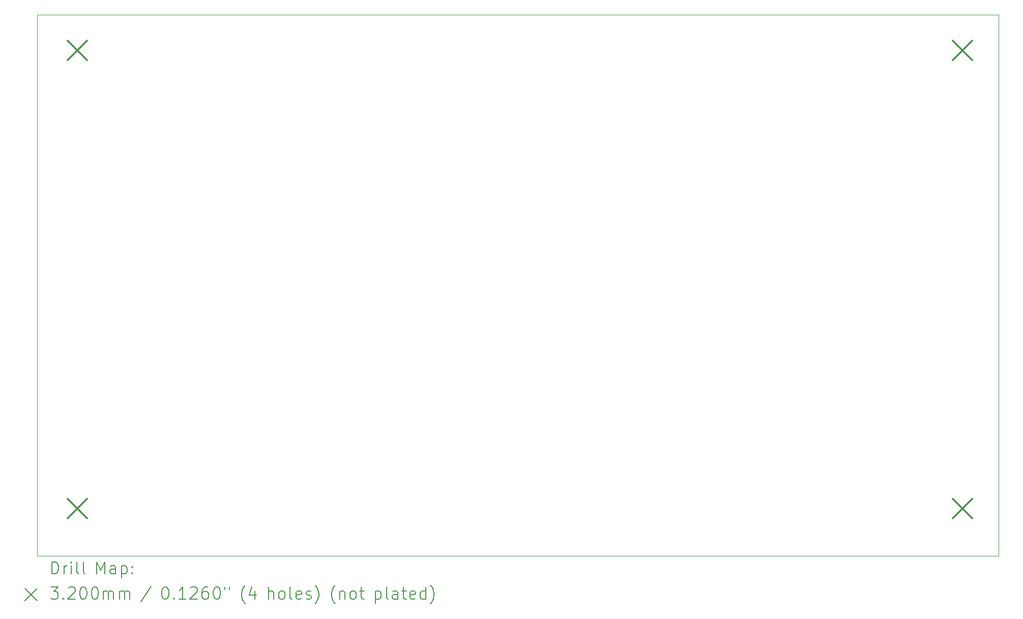
<source format=gbr>
%TF.GenerationSoftware,KiCad,Pcbnew,7.0.0-da2b9df05c~171~ubuntu20.04.1*%
%TF.CreationDate,2023-05-14T20:27:18+02:00*%
%TF.ProjectId,cpumeter,6370756d-6574-4657-922e-6b696361645f,v01*%
%TF.SameCoordinates,Original*%
%TF.FileFunction,Drillmap*%
%TF.FilePolarity,Positive*%
%FSLAX45Y45*%
G04 Gerber Fmt 4.5, Leading zero omitted, Abs format (unit mm)*
G04 Created by KiCad (PCBNEW 7.0.0-da2b9df05c~171~ubuntu20.04.1) date 2023-05-14 20:27:18*
%MOMM*%
%LPD*%
G01*
G04 APERTURE LIST*
%ADD10C,0.100000*%
%ADD11C,0.200000*%
%ADD12C,0.320000*%
G04 APERTURE END LIST*
D10*
X5529600Y-3417200D02*
X21529600Y-3417200D01*
X21529600Y-3417200D02*
X21529600Y-12417200D01*
X21529600Y-12417200D02*
X5529600Y-12417200D01*
X5529600Y-12417200D02*
X5529600Y-3417200D01*
D11*
D12*
X6037600Y-3853200D02*
X6357600Y-4173200D01*
X6357600Y-3853200D02*
X6037600Y-4173200D01*
X6037600Y-11473200D02*
X6357600Y-11793200D01*
X6357600Y-11473200D02*
X6037600Y-11793200D01*
X20769600Y-3853200D02*
X21089600Y-4173200D01*
X21089600Y-3853200D02*
X20769600Y-4173200D01*
X20769600Y-11473200D02*
X21089600Y-11793200D01*
X21089600Y-11473200D02*
X20769600Y-11793200D01*
D11*
X5772219Y-12715676D02*
X5772219Y-12515676D01*
X5772219Y-12515676D02*
X5819838Y-12515676D01*
X5819838Y-12515676D02*
X5848409Y-12525200D01*
X5848409Y-12525200D02*
X5867457Y-12544248D01*
X5867457Y-12544248D02*
X5876981Y-12563295D01*
X5876981Y-12563295D02*
X5886505Y-12601390D01*
X5886505Y-12601390D02*
X5886505Y-12629962D01*
X5886505Y-12629962D02*
X5876981Y-12668057D01*
X5876981Y-12668057D02*
X5867457Y-12687105D01*
X5867457Y-12687105D02*
X5848409Y-12706152D01*
X5848409Y-12706152D02*
X5819838Y-12715676D01*
X5819838Y-12715676D02*
X5772219Y-12715676D01*
X5972219Y-12715676D02*
X5972219Y-12582343D01*
X5972219Y-12620438D02*
X5981743Y-12601390D01*
X5981743Y-12601390D02*
X5991267Y-12591867D01*
X5991267Y-12591867D02*
X6010314Y-12582343D01*
X6010314Y-12582343D02*
X6029362Y-12582343D01*
X6096028Y-12715676D02*
X6096028Y-12582343D01*
X6096028Y-12515676D02*
X6086505Y-12525200D01*
X6086505Y-12525200D02*
X6096028Y-12534724D01*
X6096028Y-12534724D02*
X6105552Y-12525200D01*
X6105552Y-12525200D02*
X6096028Y-12515676D01*
X6096028Y-12515676D02*
X6096028Y-12534724D01*
X6219838Y-12715676D02*
X6200790Y-12706152D01*
X6200790Y-12706152D02*
X6191267Y-12687105D01*
X6191267Y-12687105D02*
X6191267Y-12515676D01*
X6324600Y-12715676D02*
X6305552Y-12706152D01*
X6305552Y-12706152D02*
X6296028Y-12687105D01*
X6296028Y-12687105D02*
X6296028Y-12515676D01*
X6520790Y-12715676D02*
X6520790Y-12515676D01*
X6520790Y-12515676D02*
X6587457Y-12658533D01*
X6587457Y-12658533D02*
X6654124Y-12515676D01*
X6654124Y-12515676D02*
X6654124Y-12715676D01*
X6835076Y-12715676D02*
X6835076Y-12610914D01*
X6835076Y-12610914D02*
X6825552Y-12591867D01*
X6825552Y-12591867D02*
X6806505Y-12582343D01*
X6806505Y-12582343D02*
X6768409Y-12582343D01*
X6768409Y-12582343D02*
X6749362Y-12591867D01*
X6835076Y-12706152D02*
X6816028Y-12715676D01*
X6816028Y-12715676D02*
X6768409Y-12715676D01*
X6768409Y-12715676D02*
X6749362Y-12706152D01*
X6749362Y-12706152D02*
X6739838Y-12687105D01*
X6739838Y-12687105D02*
X6739838Y-12668057D01*
X6739838Y-12668057D02*
X6749362Y-12649009D01*
X6749362Y-12649009D02*
X6768409Y-12639486D01*
X6768409Y-12639486D02*
X6816028Y-12639486D01*
X6816028Y-12639486D02*
X6835076Y-12629962D01*
X6930314Y-12582343D02*
X6930314Y-12782343D01*
X6930314Y-12591867D02*
X6949362Y-12582343D01*
X6949362Y-12582343D02*
X6987457Y-12582343D01*
X6987457Y-12582343D02*
X7006505Y-12591867D01*
X7006505Y-12591867D02*
X7016028Y-12601390D01*
X7016028Y-12601390D02*
X7025552Y-12620438D01*
X7025552Y-12620438D02*
X7025552Y-12677581D01*
X7025552Y-12677581D02*
X7016028Y-12696628D01*
X7016028Y-12696628D02*
X7006505Y-12706152D01*
X7006505Y-12706152D02*
X6987457Y-12715676D01*
X6987457Y-12715676D02*
X6949362Y-12715676D01*
X6949362Y-12715676D02*
X6930314Y-12706152D01*
X7111267Y-12696628D02*
X7120790Y-12706152D01*
X7120790Y-12706152D02*
X7111267Y-12715676D01*
X7111267Y-12715676D02*
X7101743Y-12706152D01*
X7101743Y-12706152D02*
X7111267Y-12696628D01*
X7111267Y-12696628D02*
X7111267Y-12715676D01*
X7111267Y-12591867D02*
X7120790Y-12601390D01*
X7120790Y-12601390D02*
X7111267Y-12610914D01*
X7111267Y-12610914D02*
X7101743Y-12601390D01*
X7101743Y-12601390D02*
X7111267Y-12591867D01*
X7111267Y-12591867D02*
X7111267Y-12610914D01*
X5324600Y-12962200D02*
X5524600Y-13162200D01*
X5524600Y-12962200D02*
X5324600Y-13162200D01*
X5753171Y-12935676D02*
X5876981Y-12935676D01*
X5876981Y-12935676D02*
X5810314Y-13011867D01*
X5810314Y-13011867D02*
X5838886Y-13011867D01*
X5838886Y-13011867D02*
X5857933Y-13021390D01*
X5857933Y-13021390D02*
X5867457Y-13030914D01*
X5867457Y-13030914D02*
X5876981Y-13049962D01*
X5876981Y-13049962D02*
X5876981Y-13097581D01*
X5876981Y-13097581D02*
X5867457Y-13116628D01*
X5867457Y-13116628D02*
X5857933Y-13126152D01*
X5857933Y-13126152D02*
X5838886Y-13135676D01*
X5838886Y-13135676D02*
X5781743Y-13135676D01*
X5781743Y-13135676D02*
X5762695Y-13126152D01*
X5762695Y-13126152D02*
X5753171Y-13116628D01*
X5962695Y-13116628D02*
X5972219Y-13126152D01*
X5972219Y-13126152D02*
X5962695Y-13135676D01*
X5962695Y-13135676D02*
X5953171Y-13126152D01*
X5953171Y-13126152D02*
X5962695Y-13116628D01*
X5962695Y-13116628D02*
X5962695Y-13135676D01*
X6048409Y-12954724D02*
X6057933Y-12945200D01*
X6057933Y-12945200D02*
X6076981Y-12935676D01*
X6076981Y-12935676D02*
X6124600Y-12935676D01*
X6124600Y-12935676D02*
X6143648Y-12945200D01*
X6143648Y-12945200D02*
X6153171Y-12954724D01*
X6153171Y-12954724D02*
X6162695Y-12973771D01*
X6162695Y-12973771D02*
X6162695Y-12992819D01*
X6162695Y-12992819D02*
X6153171Y-13021390D01*
X6153171Y-13021390D02*
X6038886Y-13135676D01*
X6038886Y-13135676D02*
X6162695Y-13135676D01*
X6286505Y-12935676D02*
X6305552Y-12935676D01*
X6305552Y-12935676D02*
X6324600Y-12945200D01*
X6324600Y-12945200D02*
X6334124Y-12954724D01*
X6334124Y-12954724D02*
X6343648Y-12973771D01*
X6343648Y-12973771D02*
X6353171Y-13011867D01*
X6353171Y-13011867D02*
X6353171Y-13059486D01*
X6353171Y-13059486D02*
X6343648Y-13097581D01*
X6343648Y-13097581D02*
X6334124Y-13116628D01*
X6334124Y-13116628D02*
X6324600Y-13126152D01*
X6324600Y-13126152D02*
X6305552Y-13135676D01*
X6305552Y-13135676D02*
X6286505Y-13135676D01*
X6286505Y-13135676D02*
X6267457Y-13126152D01*
X6267457Y-13126152D02*
X6257933Y-13116628D01*
X6257933Y-13116628D02*
X6248409Y-13097581D01*
X6248409Y-13097581D02*
X6238886Y-13059486D01*
X6238886Y-13059486D02*
X6238886Y-13011867D01*
X6238886Y-13011867D02*
X6248409Y-12973771D01*
X6248409Y-12973771D02*
X6257933Y-12954724D01*
X6257933Y-12954724D02*
X6267457Y-12945200D01*
X6267457Y-12945200D02*
X6286505Y-12935676D01*
X6476981Y-12935676D02*
X6496029Y-12935676D01*
X6496029Y-12935676D02*
X6515076Y-12945200D01*
X6515076Y-12945200D02*
X6524600Y-12954724D01*
X6524600Y-12954724D02*
X6534124Y-12973771D01*
X6534124Y-12973771D02*
X6543648Y-13011867D01*
X6543648Y-13011867D02*
X6543648Y-13059486D01*
X6543648Y-13059486D02*
X6534124Y-13097581D01*
X6534124Y-13097581D02*
X6524600Y-13116628D01*
X6524600Y-13116628D02*
X6515076Y-13126152D01*
X6515076Y-13126152D02*
X6496029Y-13135676D01*
X6496029Y-13135676D02*
X6476981Y-13135676D01*
X6476981Y-13135676D02*
X6457933Y-13126152D01*
X6457933Y-13126152D02*
X6448409Y-13116628D01*
X6448409Y-13116628D02*
X6438886Y-13097581D01*
X6438886Y-13097581D02*
X6429362Y-13059486D01*
X6429362Y-13059486D02*
X6429362Y-13011867D01*
X6429362Y-13011867D02*
X6438886Y-12973771D01*
X6438886Y-12973771D02*
X6448409Y-12954724D01*
X6448409Y-12954724D02*
X6457933Y-12945200D01*
X6457933Y-12945200D02*
X6476981Y-12935676D01*
X6629362Y-13135676D02*
X6629362Y-13002343D01*
X6629362Y-13021390D02*
X6638886Y-13011867D01*
X6638886Y-13011867D02*
X6657933Y-13002343D01*
X6657933Y-13002343D02*
X6686505Y-13002343D01*
X6686505Y-13002343D02*
X6705552Y-13011867D01*
X6705552Y-13011867D02*
X6715076Y-13030914D01*
X6715076Y-13030914D02*
X6715076Y-13135676D01*
X6715076Y-13030914D02*
X6724600Y-13011867D01*
X6724600Y-13011867D02*
X6743648Y-13002343D01*
X6743648Y-13002343D02*
X6772219Y-13002343D01*
X6772219Y-13002343D02*
X6791267Y-13011867D01*
X6791267Y-13011867D02*
X6800790Y-13030914D01*
X6800790Y-13030914D02*
X6800790Y-13135676D01*
X6896029Y-13135676D02*
X6896029Y-13002343D01*
X6896029Y-13021390D02*
X6905552Y-13011867D01*
X6905552Y-13011867D02*
X6924600Y-13002343D01*
X6924600Y-13002343D02*
X6953171Y-13002343D01*
X6953171Y-13002343D02*
X6972219Y-13011867D01*
X6972219Y-13011867D02*
X6981743Y-13030914D01*
X6981743Y-13030914D02*
X6981743Y-13135676D01*
X6981743Y-13030914D02*
X6991267Y-13011867D01*
X6991267Y-13011867D02*
X7010314Y-13002343D01*
X7010314Y-13002343D02*
X7038886Y-13002343D01*
X7038886Y-13002343D02*
X7057933Y-13011867D01*
X7057933Y-13011867D02*
X7067457Y-13030914D01*
X7067457Y-13030914D02*
X7067457Y-13135676D01*
X7425552Y-12926152D02*
X7254124Y-13183295D01*
X7650314Y-12935676D02*
X7669362Y-12935676D01*
X7669362Y-12935676D02*
X7688410Y-12945200D01*
X7688410Y-12945200D02*
X7697933Y-12954724D01*
X7697933Y-12954724D02*
X7707457Y-12973771D01*
X7707457Y-12973771D02*
X7716981Y-13011867D01*
X7716981Y-13011867D02*
X7716981Y-13059486D01*
X7716981Y-13059486D02*
X7707457Y-13097581D01*
X7707457Y-13097581D02*
X7697933Y-13116628D01*
X7697933Y-13116628D02*
X7688410Y-13126152D01*
X7688410Y-13126152D02*
X7669362Y-13135676D01*
X7669362Y-13135676D02*
X7650314Y-13135676D01*
X7650314Y-13135676D02*
X7631267Y-13126152D01*
X7631267Y-13126152D02*
X7621743Y-13116628D01*
X7621743Y-13116628D02*
X7612219Y-13097581D01*
X7612219Y-13097581D02*
X7602695Y-13059486D01*
X7602695Y-13059486D02*
X7602695Y-13011867D01*
X7602695Y-13011867D02*
X7612219Y-12973771D01*
X7612219Y-12973771D02*
X7621743Y-12954724D01*
X7621743Y-12954724D02*
X7631267Y-12945200D01*
X7631267Y-12945200D02*
X7650314Y-12935676D01*
X7802695Y-13116628D02*
X7812219Y-13126152D01*
X7812219Y-13126152D02*
X7802695Y-13135676D01*
X7802695Y-13135676D02*
X7793171Y-13126152D01*
X7793171Y-13126152D02*
X7802695Y-13116628D01*
X7802695Y-13116628D02*
X7802695Y-13135676D01*
X8002695Y-13135676D02*
X7888410Y-13135676D01*
X7945552Y-13135676D02*
X7945552Y-12935676D01*
X7945552Y-12935676D02*
X7926505Y-12964248D01*
X7926505Y-12964248D02*
X7907457Y-12983295D01*
X7907457Y-12983295D02*
X7888410Y-12992819D01*
X8078886Y-12954724D02*
X8088410Y-12945200D01*
X8088410Y-12945200D02*
X8107457Y-12935676D01*
X8107457Y-12935676D02*
X8155076Y-12935676D01*
X8155076Y-12935676D02*
X8174124Y-12945200D01*
X8174124Y-12945200D02*
X8183648Y-12954724D01*
X8183648Y-12954724D02*
X8193171Y-12973771D01*
X8193171Y-12973771D02*
X8193171Y-12992819D01*
X8193171Y-12992819D02*
X8183648Y-13021390D01*
X8183648Y-13021390D02*
X8069362Y-13135676D01*
X8069362Y-13135676D02*
X8193171Y-13135676D01*
X8364600Y-12935676D02*
X8326505Y-12935676D01*
X8326505Y-12935676D02*
X8307457Y-12945200D01*
X8307457Y-12945200D02*
X8297933Y-12954724D01*
X8297933Y-12954724D02*
X8278886Y-12983295D01*
X8278886Y-12983295D02*
X8269362Y-13021390D01*
X8269362Y-13021390D02*
X8269362Y-13097581D01*
X8269362Y-13097581D02*
X8278886Y-13116628D01*
X8278886Y-13116628D02*
X8288410Y-13126152D01*
X8288410Y-13126152D02*
X8307457Y-13135676D01*
X8307457Y-13135676D02*
X8345552Y-13135676D01*
X8345552Y-13135676D02*
X8364600Y-13126152D01*
X8364600Y-13126152D02*
X8374124Y-13116628D01*
X8374124Y-13116628D02*
X8383648Y-13097581D01*
X8383648Y-13097581D02*
X8383648Y-13049962D01*
X8383648Y-13049962D02*
X8374124Y-13030914D01*
X8374124Y-13030914D02*
X8364600Y-13021390D01*
X8364600Y-13021390D02*
X8345552Y-13011867D01*
X8345552Y-13011867D02*
X8307457Y-13011867D01*
X8307457Y-13011867D02*
X8288410Y-13021390D01*
X8288410Y-13021390D02*
X8278886Y-13030914D01*
X8278886Y-13030914D02*
X8269362Y-13049962D01*
X8507457Y-12935676D02*
X8526505Y-12935676D01*
X8526505Y-12935676D02*
X8545553Y-12945200D01*
X8545553Y-12945200D02*
X8555076Y-12954724D01*
X8555076Y-12954724D02*
X8564600Y-12973771D01*
X8564600Y-12973771D02*
X8574124Y-13011867D01*
X8574124Y-13011867D02*
X8574124Y-13059486D01*
X8574124Y-13059486D02*
X8564600Y-13097581D01*
X8564600Y-13097581D02*
X8555076Y-13116628D01*
X8555076Y-13116628D02*
X8545553Y-13126152D01*
X8545553Y-13126152D02*
X8526505Y-13135676D01*
X8526505Y-13135676D02*
X8507457Y-13135676D01*
X8507457Y-13135676D02*
X8488410Y-13126152D01*
X8488410Y-13126152D02*
X8478886Y-13116628D01*
X8478886Y-13116628D02*
X8469362Y-13097581D01*
X8469362Y-13097581D02*
X8459838Y-13059486D01*
X8459838Y-13059486D02*
X8459838Y-13011867D01*
X8459838Y-13011867D02*
X8469362Y-12973771D01*
X8469362Y-12973771D02*
X8478886Y-12954724D01*
X8478886Y-12954724D02*
X8488410Y-12945200D01*
X8488410Y-12945200D02*
X8507457Y-12935676D01*
X8650314Y-12935676D02*
X8650314Y-12973771D01*
X8726505Y-12935676D02*
X8726505Y-12973771D01*
X8989362Y-13211867D02*
X8979838Y-13202343D01*
X8979838Y-13202343D02*
X8960791Y-13173771D01*
X8960791Y-13173771D02*
X8951267Y-13154724D01*
X8951267Y-13154724D02*
X8941743Y-13126152D01*
X8941743Y-13126152D02*
X8932219Y-13078533D01*
X8932219Y-13078533D02*
X8932219Y-13040438D01*
X8932219Y-13040438D02*
X8941743Y-12992819D01*
X8941743Y-12992819D02*
X8951267Y-12964248D01*
X8951267Y-12964248D02*
X8960791Y-12945200D01*
X8960791Y-12945200D02*
X8979838Y-12916628D01*
X8979838Y-12916628D02*
X8989362Y-12907105D01*
X9151267Y-13002343D02*
X9151267Y-13135676D01*
X9103648Y-12926152D02*
X9056029Y-13069009D01*
X9056029Y-13069009D02*
X9179838Y-13069009D01*
X9376029Y-13135676D02*
X9376029Y-12935676D01*
X9461743Y-13135676D02*
X9461743Y-13030914D01*
X9461743Y-13030914D02*
X9452219Y-13011867D01*
X9452219Y-13011867D02*
X9433172Y-13002343D01*
X9433172Y-13002343D02*
X9404600Y-13002343D01*
X9404600Y-13002343D02*
X9385553Y-13011867D01*
X9385553Y-13011867D02*
X9376029Y-13021390D01*
X9585553Y-13135676D02*
X9566505Y-13126152D01*
X9566505Y-13126152D02*
X9556981Y-13116628D01*
X9556981Y-13116628D02*
X9547457Y-13097581D01*
X9547457Y-13097581D02*
X9547457Y-13040438D01*
X9547457Y-13040438D02*
X9556981Y-13021390D01*
X9556981Y-13021390D02*
X9566505Y-13011867D01*
X9566505Y-13011867D02*
X9585553Y-13002343D01*
X9585553Y-13002343D02*
X9614124Y-13002343D01*
X9614124Y-13002343D02*
X9633172Y-13011867D01*
X9633172Y-13011867D02*
X9642695Y-13021390D01*
X9642695Y-13021390D02*
X9652219Y-13040438D01*
X9652219Y-13040438D02*
X9652219Y-13097581D01*
X9652219Y-13097581D02*
X9642695Y-13116628D01*
X9642695Y-13116628D02*
X9633172Y-13126152D01*
X9633172Y-13126152D02*
X9614124Y-13135676D01*
X9614124Y-13135676D02*
X9585553Y-13135676D01*
X9766505Y-13135676D02*
X9747457Y-13126152D01*
X9747457Y-13126152D02*
X9737934Y-13107105D01*
X9737934Y-13107105D02*
X9737934Y-12935676D01*
X9918886Y-13126152D02*
X9899838Y-13135676D01*
X9899838Y-13135676D02*
X9861743Y-13135676D01*
X9861743Y-13135676D02*
X9842695Y-13126152D01*
X9842695Y-13126152D02*
X9833172Y-13107105D01*
X9833172Y-13107105D02*
X9833172Y-13030914D01*
X9833172Y-13030914D02*
X9842695Y-13011867D01*
X9842695Y-13011867D02*
X9861743Y-13002343D01*
X9861743Y-13002343D02*
X9899838Y-13002343D01*
X9899838Y-13002343D02*
X9918886Y-13011867D01*
X9918886Y-13011867D02*
X9928410Y-13030914D01*
X9928410Y-13030914D02*
X9928410Y-13049962D01*
X9928410Y-13049962D02*
X9833172Y-13069009D01*
X10004600Y-13126152D02*
X10023648Y-13135676D01*
X10023648Y-13135676D02*
X10061743Y-13135676D01*
X10061743Y-13135676D02*
X10080791Y-13126152D01*
X10080791Y-13126152D02*
X10090315Y-13107105D01*
X10090315Y-13107105D02*
X10090315Y-13097581D01*
X10090315Y-13097581D02*
X10080791Y-13078533D01*
X10080791Y-13078533D02*
X10061743Y-13069009D01*
X10061743Y-13069009D02*
X10033172Y-13069009D01*
X10033172Y-13069009D02*
X10014124Y-13059486D01*
X10014124Y-13059486D02*
X10004600Y-13040438D01*
X10004600Y-13040438D02*
X10004600Y-13030914D01*
X10004600Y-13030914D02*
X10014124Y-13011867D01*
X10014124Y-13011867D02*
X10033172Y-13002343D01*
X10033172Y-13002343D02*
X10061743Y-13002343D01*
X10061743Y-13002343D02*
X10080791Y-13011867D01*
X10156981Y-13211867D02*
X10166505Y-13202343D01*
X10166505Y-13202343D02*
X10185553Y-13173771D01*
X10185553Y-13173771D02*
X10195076Y-13154724D01*
X10195076Y-13154724D02*
X10204600Y-13126152D01*
X10204600Y-13126152D02*
X10214124Y-13078533D01*
X10214124Y-13078533D02*
X10214124Y-13040438D01*
X10214124Y-13040438D02*
X10204600Y-12992819D01*
X10204600Y-12992819D02*
X10195076Y-12964248D01*
X10195076Y-12964248D02*
X10185553Y-12945200D01*
X10185553Y-12945200D02*
X10166505Y-12916628D01*
X10166505Y-12916628D02*
X10156981Y-12907105D01*
X10486505Y-13211867D02*
X10476981Y-13202343D01*
X10476981Y-13202343D02*
X10457934Y-13173771D01*
X10457934Y-13173771D02*
X10448410Y-13154724D01*
X10448410Y-13154724D02*
X10438886Y-13126152D01*
X10438886Y-13126152D02*
X10429362Y-13078533D01*
X10429362Y-13078533D02*
X10429362Y-13040438D01*
X10429362Y-13040438D02*
X10438886Y-12992819D01*
X10438886Y-12992819D02*
X10448410Y-12964248D01*
X10448410Y-12964248D02*
X10457934Y-12945200D01*
X10457934Y-12945200D02*
X10476981Y-12916628D01*
X10476981Y-12916628D02*
X10486505Y-12907105D01*
X10562695Y-13002343D02*
X10562695Y-13135676D01*
X10562695Y-13021390D02*
X10572219Y-13011867D01*
X10572219Y-13011867D02*
X10591267Y-13002343D01*
X10591267Y-13002343D02*
X10619838Y-13002343D01*
X10619838Y-13002343D02*
X10638886Y-13011867D01*
X10638886Y-13011867D02*
X10648410Y-13030914D01*
X10648410Y-13030914D02*
X10648410Y-13135676D01*
X10772219Y-13135676D02*
X10753172Y-13126152D01*
X10753172Y-13126152D02*
X10743648Y-13116628D01*
X10743648Y-13116628D02*
X10734124Y-13097581D01*
X10734124Y-13097581D02*
X10734124Y-13040438D01*
X10734124Y-13040438D02*
X10743648Y-13021390D01*
X10743648Y-13021390D02*
X10753172Y-13011867D01*
X10753172Y-13011867D02*
X10772219Y-13002343D01*
X10772219Y-13002343D02*
X10800791Y-13002343D01*
X10800791Y-13002343D02*
X10819838Y-13011867D01*
X10819838Y-13011867D02*
X10829362Y-13021390D01*
X10829362Y-13021390D02*
X10838886Y-13040438D01*
X10838886Y-13040438D02*
X10838886Y-13097581D01*
X10838886Y-13097581D02*
X10829362Y-13116628D01*
X10829362Y-13116628D02*
X10819838Y-13126152D01*
X10819838Y-13126152D02*
X10800791Y-13135676D01*
X10800791Y-13135676D02*
X10772219Y-13135676D01*
X10896029Y-13002343D02*
X10972219Y-13002343D01*
X10924600Y-12935676D02*
X10924600Y-13107105D01*
X10924600Y-13107105D02*
X10934124Y-13126152D01*
X10934124Y-13126152D02*
X10953172Y-13135676D01*
X10953172Y-13135676D02*
X10972219Y-13135676D01*
X11158886Y-13002343D02*
X11158886Y-13202343D01*
X11158886Y-13011867D02*
X11177934Y-13002343D01*
X11177934Y-13002343D02*
X11216029Y-13002343D01*
X11216029Y-13002343D02*
X11235076Y-13011867D01*
X11235076Y-13011867D02*
X11244600Y-13021390D01*
X11244600Y-13021390D02*
X11254124Y-13040438D01*
X11254124Y-13040438D02*
X11254124Y-13097581D01*
X11254124Y-13097581D02*
X11244600Y-13116628D01*
X11244600Y-13116628D02*
X11235076Y-13126152D01*
X11235076Y-13126152D02*
X11216029Y-13135676D01*
X11216029Y-13135676D02*
X11177934Y-13135676D01*
X11177934Y-13135676D02*
X11158886Y-13126152D01*
X11368410Y-13135676D02*
X11349362Y-13126152D01*
X11349362Y-13126152D02*
X11339838Y-13107105D01*
X11339838Y-13107105D02*
X11339838Y-12935676D01*
X11530314Y-13135676D02*
X11530314Y-13030914D01*
X11530314Y-13030914D02*
X11520791Y-13011867D01*
X11520791Y-13011867D02*
X11501743Y-13002343D01*
X11501743Y-13002343D02*
X11463648Y-13002343D01*
X11463648Y-13002343D02*
X11444600Y-13011867D01*
X11530314Y-13126152D02*
X11511267Y-13135676D01*
X11511267Y-13135676D02*
X11463648Y-13135676D01*
X11463648Y-13135676D02*
X11444600Y-13126152D01*
X11444600Y-13126152D02*
X11435076Y-13107105D01*
X11435076Y-13107105D02*
X11435076Y-13088057D01*
X11435076Y-13088057D02*
X11444600Y-13069009D01*
X11444600Y-13069009D02*
X11463648Y-13059486D01*
X11463648Y-13059486D02*
X11511267Y-13059486D01*
X11511267Y-13059486D02*
X11530314Y-13049962D01*
X11596981Y-13002343D02*
X11673172Y-13002343D01*
X11625553Y-12935676D02*
X11625553Y-13107105D01*
X11625553Y-13107105D02*
X11635076Y-13126152D01*
X11635076Y-13126152D02*
X11654124Y-13135676D01*
X11654124Y-13135676D02*
X11673172Y-13135676D01*
X11816029Y-13126152D02*
X11796981Y-13135676D01*
X11796981Y-13135676D02*
X11758886Y-13135676D01*
X11758886Y-13135676D02*
X11739838Y-13126152D01*
X11739838Y-13126152D02*
X11730314Y-13107105D01*
X11730314Y-13107105D02*
X11730314Y-13030914D01*
X11730314Y-13030914D02*
X11739838Y-13011867D01*
X11739838Y-13011867D02*
X11758886Y-13002343D01*
X11758886Y-13002343D02*
X11796981Y-13002343D01*
X11796981Y-13002343D02*
X11816029Y-13011867D01*
X11816029Y-13011867D02*
X11825553Y-13030914D01*
X11825553Y-13030914D02*
X11825553Y-13049962D01*
X11825553Y-13049962D02*
X11730314Y-13069009D01*
X11996981Y-13135676D02*
X11996981Y-12935676D01*
X11996981Y-13126152D02*
X11977934Y-13135676D01*
X11977934Y-13135676D02*
X11939838Y-13135676D01*
X11939838Y-13135676D02*
X11920791Y-13126152D01*
X11920791Y-13126152D02*
X11911267Y-13116628D01*
X11911267Y-13116628D02*
X11901743Y-13097581D01*
X11901743Y-13097581D02*
X11901743Y-13040438D01*
X11901743Y-13040438D02*
X11911267Y-13021390D01*
X11911267Y-13021390D02*
X11920791Y-13011867D01*
X11920791Y-13011867D02*
X11939838Y-13002343D01*
X11939838Y-13002343D02*
X11977934Y-13002343D01*
X11977934Y-13002343D02*
X11996981Y-13011867D01*
X12073172Y-13211867D02*
X12082695Y-13202343D01*
X12082695Y-13202343D02*
X12101743Y-13173771D01*
X12101743Y-13173771D02*
X12111267Y-13154724D01*
X12111267Y-13154724D02*
X12120791Y-13126152D01*
X12120791Y-13126152D02*
X12130314Y-13078533D01*
X12130314Y-13078533D02*
X12130314Y-13040438D01*
X12130314Y-13040438D02*
X12120791Y-12992819D01*
X12120791Y-12992819D02*
X12111267Y-12964248D01*
X12111267Y-12964248D02*
X12101743Y-12945200D01*
X12101743Y-12945200D02*
X12082695Y-12916628D01*
X12082695Y-12916628D02*
X12073172Y-12907105D01*
M02*

</source>
